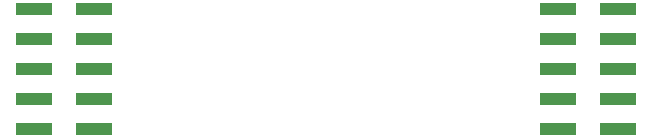
<source format=gbp>
%TF.GenerationSoftware,KiCad,Pcbnew,9.0.0*%
%TF.CreationDate,2025-05-10T22:56:34+02:00*%
%TF.ProjectId,CYPD3177_3.3V_V2_+_OLED,43595044-3331-4373-975f-332e33565f56,rev?*%
%TF.SameCoordinates,Original*%
%TF.FileFunction,Paste,Bot*%
%TF.FilePolarity,Positive*%
%FSLAX46Y46*%
G04 Gerber Fmt 4.6, Leading zero omitted, Abs format (unit mm)*
G04 Created by KiCad (PCBNEW 9.0.0) date 2025-05-10 22:56:34*
%MOMM*%
%LPD*%
G01*
G04 APERTURE LIST*
%ADD10R,3.150000X1.000000*%
G04 APERTURE END LIST*
D10*
X106300000Y-93070000D03*
X111350000Y-93070000D03*
X106300000Y-90530000D03*
X111350000Y-90530000D03*
X106300000Y-87990000D03*
X111350000Y-87990000D03*
X106300000Y-85450000D03*
X111350000Y-85450000D03*
X106300000Y-82910000D03*
X111350000Y-82910000D03*
X150650000Y-93070000D03*
X155700000Y-93070000D03*
X150650000Y-90530000D03*
X155700000Y-90530000D03*
X150650000Y-87990000D03*
X155700000Y-87990000D03*
X150650000Y-85450000D03*
X155700000Y-85450000D03*
X150650000Y-82910000D03*
X155700000Y-82910000D03*
M02*

</source>
